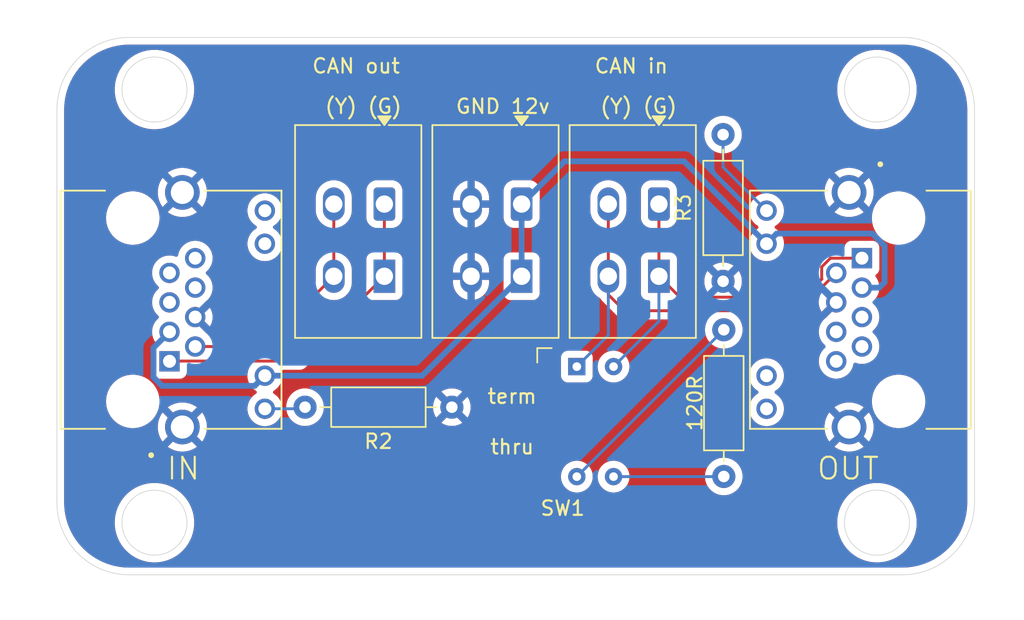
<source format=kicad_pcb>
(kicad_pcb (version 20241229) (generator "pcbnew") (generator_version "9.0")
  (layers (0 "F.Cu" signal) (2 "B.Cu" signal) (13 "F.Paste" user) (15 "B.Paste" user) (5 "F.SilkS" user "F.Silkscreen") (7 "B.SilkS" user "B.Silkscreen") (1 "F.Mask" user) (3 "B.Mask" user) (25 "Edge.Cuts" user))
  (net 0 "")
  (net 1 "/CANl")
  (net 2 "/CANh")
  (net 3 "/12v")
  (net 4 "/GND")
  (net 5 "Net-(J5-Pin_1)")
  (net 6 "Net-(J5-Pin_2)")
  (net 7 "Net-(R1-Pad1)")
  (net 8 "Net-(R1-Pad2)")
  (net 9 "Net-(J1-Pad9)")
  (net 10 "Net-(J2-Pad9)")
  (footprint "custom:TerminalBlock_WAGO_2601-1102_1x02_P3.50mm_Horizontal w-model" (layer "F.Cu") (at 93.91 48.9325 180)
    (property "Reference" "J3" (hide yes))
    (property "Value" "CAN out")
    (fp_line (start 6.18 5.47) (end 0.3 5.47) (stroke (width 0.12)) (layer "F.SilkS"))
    (fp_line (start 6.18 -9.27) (end 6.18 5.47) (stroke (width 0.12)) (layer "F.SilkS"))
    (fp_line (start -0.3 5.47) (end -2.56 5.47) (stroke (width 0.12)) (layer "F.SilkS"))
    (fp_line (start -2.56 5.47) (end -2.56 -9.27) (stroke (width 0.12)) (layer "F.SilkS"))
    (fp_line (start -2.56 -9.27) (end 6.18 -9.27) (stroke (width 0.12)) (layer "F.SilkS"))
    (fp_poly (pts (xy 0 5.47) (xy 0.44 6.08) (xy -0.44 6.08)) (stroke (width 0.12)) (fill yes) (layer "F.SilkS"))
    (pad "1" thru_hole rect (at 0 -5 180) (size 1.5 2.3) (drill 1.2) (layers "*.Cu" "*.Mask") (net 2 "/CANh"))
    (pad "1" thru_hole roundrect (at 0 0 180) (size 1.5 2.3) (drill 1.2) (layers "*.Cu" "*.Mask") (roundrect_rratio 0.166667) (net 2 "/CANh"))
    (pad "2" thru_hole oval (at 3.5 -5 180) (size 1.5 2.3) (drill 1.2) (layers "*.Cu" "*.Mask") (net 1 "/CANl"))
    (pad "2" thru_hole oval (at 3.5 0 180) (size 1.5 2.3) (drill 1.2) (layers "*.Cu" "*.Mask") (net 1 "/CANl"))
  )
  (footprint "custom:ADAMTECH_MTJ-88ARX1-FSM-LG" (layer "F.Cu") (at 129.5 56.25 90)
    (property "Reference" "J2" (hide yes))
    (property "Value" "MTJ-88ARX1-FSM-LG")
    (fp_line (start 8.25 -10.29) (end 8.25 -4.95) (stroke (width 0.127)) (layer "F.SilkS"))
    (fp_line (start -8.25 -10.29) (end 8.25 -10.29) (stroke (width 0.127)) (layer "F.SilkS"))
    (fp_line (start -8.25 -4.95) (end -8.25 -10.29) (stroke (width 0.127)) (layer "F.SilkS"))
    (fp_line (start 8.25 5) (end 8.25 1.92) (stroke (width 0.127)) (layer "F.SilkS"))
    (fp_line (start 8.25 5) (end -8.25 5) (stroke (width 0.127)) (layer "F.SilkS"))
    (fp_line (start -8.25 5) (end -8.25 1.92) (stroke (width 0.127)) (layer "F.SilkS"))
    (fp_circle (center 10.075 -1.27) (end 10.175 -1.27) (stroke (width 0.2)) (fill no) (layer "F.SilkS"))
    (pad "" np_thru_hole circle (at -6.35 0 90) (size 3.2 3.2) (drill 3.2) (layers "*.Cu" "*.Mask"))
    (pad "" np_thru_hole circle (at 6.35 0 90) (size 3.2 3.2) (drill 3.2) (layers "*.Cu" "*.Mask"))
    (pad "1" thru_hole rect (at 3.57 -2.54 90) (size 1.408 1.408) (drill 0.9) (layers "*.Cu" "*.Mask") (net 5 "Net-(J5-Pin_1)"))
    (pad "2" thru_hole circle (at 2.55 -4.32 90) (size 1.408 1.408) (drill 0.9) (layers "*.Cu" "*.Mask") (net 6 "Net-(J5-Pin_2)"))
    (pad "3" thru_hole circle (at 1.53 -2.54 90) (size 1.408 1.408) (drill 0.9) (layers "*.Cu" "*.Mask") (net 3 "/12v"))
    (pad "4" thru_hole circle (at 0.51 -4.32 90) (size 1.408 1.408) (drill 0.9) (layers "*.Cu" "*.Mask") (net 4 "/GND"))
    (pad "5" thru_hole circle (at -0.51 -2.54 90) (size 1.408 1.408) (drill 0.9) (layers "*.Cu" "*.Mask"))
    (pad "6" thru_hole circle (at -1.53 -4.32 90) (size 1.408 1.408) (drill 0.9) (layers "*.Cu" "*.Mask"))
    (pad "7" thru_hole circle (at -2.55 -2.54 90) (size 1.408 1.408) (drill 0.9) (layers "*.Cu" "*.Mask"))
    (pad "8" thru_hole circle (at -3.57 -4.32 90) (size 1.408 1.408) (drill 0.9) (layers "*.Cu" "*.Mask"))
    (pad "9" thru_hole circle (at 6.86 -9.14 90) (size 1.408 1.408) (drill 0.9) (layers "*.Cu" "*.Mask") (net 10 "Net-(J2-Pad9)"))
    (pad "10" thru_hole circle (at 4.57 -9.14 90) (size 1.408 1.408) (drill 0.9) (layers "*.Cu" "*.Mask") (net 3 "/12v"))
    (pad "11" thru_hole circle (at -4.57 -9.14 90) (size 1.408 1.408) (drill 0.9) (layers "*.Cu" "*.Mask"))
    (pad "12" thru_hole circle (at -6.86 -9.14 90) (size 1.408 1.408) (drill 0.9) (layers "*.Cu" "*.Mask"))
    (pad "SH1" thru_hole circle (at -8.125 -3.43 90) (size 2.4 2.4) (drill 1.6) (layers "*.Cu" "*.Mask") (net 4 "/GND"))
    (pad "SH2" thru_hole circle (at 8.125 -3.43 90) (size 2.4 2.4) (drill 1.6) (layers "*.Cu" "*.Mask") (net 4 "/GND"))
  )
  (footprint "custom:ADAMTECH_MTJ-88ARX1-FSM-LG" (layer "F.Cu") (at 76.5 56.25 -90)
    (property "Reference" "J1" (hide yes))
    (property "Value" "MTJ-88ARX1-FSM-LG")
    (fp_line (start -8.25 5) (end -8.25 1.92) (stroke (width 0.127)) (layer "F.SilkS"))
    (fp_line (start 8.25 5) (end -8.25 5) (stroke (width 0.127)) (layer "F.SilkS"))
    (fp_line (start 8.25 5) (end 8.25 1.92) (stroke (width 0.127)) (layer "F.SilkS"))
    (fp_line (start -8.25 -4.95) (end -8.25 -10.29) (stroke (width 0.127)) (layer "F.SilkS"))
    (fp_line (start -8.25 -10.29) (end 8.25 -10.29) (stroke (width 0.127)) (layer "F.SilkS"))
    (fp_line (start 8.25 -10.29) (end 8.25 -4.95) (stroke (width 0.127)) (layer "F.SilkS"))
    (fp_circle (center 10.075 -1.27) (end 10.175 -1.27) (stroke (width 0.2)) (fill no) (layer "F.SilkS"))
    (pad "" np_thru_hole circle (at -6.35 0 270) (size 3.2 3.2) (drill 3.2) (layers "*.Cu" "*.Mask"))
    (pad "" np_thru_hole circle (at 6.35 0 270) (size 3.2 3.2) (drill 3.2) (layers "*.Cu" "*.Mask"))
    (pad "1" thru_hole rect (at 3.57 -2.54 270) (size 1.408 1.408) (drill 0.9) (layers "*.Cu" "*.Mask") (net 2 "/CANh"))
    (pad "2" thru_hole circle (at 2.55 -4.32 270) (size 1.408 1.408) (drill 0.9) (layers "*.Cu" "*.Mask") (net 1 "/CANl"))
    (pad "3" thru_hole circle (at 1.53 -2.54 270) (size 1.408 1.408) (drill 0.9) (layers "*.Cu" "*.Mask") (net 3 "/12v"))
    (pad "4" thru_hole circle (at 0.51 -4.32 270) (size 1.408 1.408) (drill 0.9) (layers "*.Cu" "*.Mask") (net 4 "/GND"))
    (pad "5" thru_hole circle (at -0.51 -2.54 270) (size 1.408 1.408) (drill 0.9) (layers "*.Cu" "*.Mask"))
    (pad "6" thru_hole circle (at -1.53 -4.32 270) (size 1.408 1.408) (drill 0.9) (layers "*.Cu" "*.Mask"))
    (pad "7" thru_hole circle (at -2.55 -2.54 270) (size 1.408 1.408) (drill 0.9) (layers "*.Cu" "*.Mask"))
    (pad "8" thru_hole circle (at -3.57 -4.32 270) (size 1.408 1.408) (drill 0.9) (layers "*.Cu" "*.Mask"))
    (pad "9" thru_hole circle (at 6.86 -9.14 270) (size 1.408 1.408) (drill 0.9) (layers "*.Cu" "*.Mask") (net 9 "Net-(J1-Pad9)"))
    (pad "10" thru_hole circle (at 4.57 -9.14 270) (size 1.408 1.408) (drill 0.9) (layers "*.Cu" "*.Mask") (net 3 "/12v"))
    (pad "11" thru_hole circle (at -4.57 -9.14 270) (size 1.408 1.408) (drill 0.9) (layers "*.Cu" "*.Mask"))
    (pad "12" thru_hole circle (at -6.86 -9.14 270) (size 1.408 1.408) (drill 0.9) (layers "*.Cu" "*.Mask"))
    (pad "SH1" thru_hole circle (at -8.125 -3.43 270) (size 2.4 2.4) (drill 1.6) (layers "*.Cu" "*.Mask") (net 4 "/GND"))
    (pad "SH2" thru_hole circle (at 8.125 -3.43 270) (size 2.4 2.4) (drill 1.6) (layers "*.Cu" "*.Mask") (net 4 "/GND"))
  )
  (footprint "Resistor_THT:R_Axial_DIN0207_L6.3mm_D2.5mm_P10.16mm_Horizontal" (layer "F.Cu") (at 117.4 67.8 90)
    (property "Reference" "120R" (at 5.08 -2 90) (layer "F.SilkS"))
    (property "Value" "120R")
    (fp_line (start 9.12 0) (end 8.35 0) (stroke (width 0.12)) (layer "F.SilkS"))
    (fp_line (start 1.04 0) (end 1.81 0) (stroke (width 0.12)) (layer "F.SilkS"))
    (fp_rect (start 1.81 -1.37) (end 8.35 1.37) (stroke (width 0.12)) (fill no) (layer "F.SilkS"))
    (pad "1" thru_hole circle (at 0 0 90) (size 1.6 1.6) (drill 0.8) (layers "*.Cu" "*.Mask") (net 7 "Net-(R1-Pad1)"))
    (pad "2" thru_hole circle (at 10.16 0 90) (size 1.6 1.6) (drill 0.8) (layers "*.Cu" "*.Mask") (net 8 "Net-(R1-Pad2)"))
  )
  (footprint "custom:TerminalBlock_WAGO_2601-1102_1x02_P3.50mm_Horizontal w-model" (layer "F.Cu") (at 103.41 48.9325 180)
    (property "Reference" "J4" (hide yes))
    (property "Value" "12v")
    (fp_line (start 6.18 5.47) (end 0.3 5.47) (stroke (width 0.12)) (layer "F.SilkS"))
    (fp_line (start 6.18 -9.27) (end 6.18 5.47) (stroke (width 0.12)) (layer "F.SilkS"))
    (fp_line (start -0.3 5.47) (end -2.56 5.47) (stroke (width 0.12)) (layer "F.SilkS"))
    (fp_line (start -2.56 5.47) (end -2.56 -9.27) (stroke (width 0.12)) (layer "F.SilkS"))
    (fp_line (start -2.56 -9.27) (end 6.18 -9.27) (stroke (width 0.12)) (layer "F.SilkS"))
    (fp_poly (pts (xy 0 5.47) (xy 0.44 6.08) (xy -0.44 6.08)) (stroke (width 0.12)) (fill yes) (layer "F.SilkS"))
    (pad "1" thru_hole rect (at 0 -5 180) (size 1.5 2.3) (drill 1.2) (layers "*.Cu" "*.Mask") (net 3 "/12v"))
    (pad "1" thru_hole roundrect (at 0 0 180) (size 1.5 2.3) (drill 1.2) (layers "*.Cu" "*.Mask") (roundrect_rratio 0.166667) (net 3 "/12v"))
    (pad "2" thru_hole oval (at 3.5 -5 180) (size 1.5 2.3) (drill 1.2) (layers "*.Cu" "*.Mask") (net 4 "/GND"))
    (pad "2" thru_hole oval (at 3.5 0 180) (size 1.5 2.3) (drill 1.2) (layers "*.Cu" "*.Mask") (net 4 "/GND"))
  )
  (footprint "custom:TerminalBlock_WAGO_2601-1102_1x02_P3.50mm_Horizontal w-model" (layer "F.Cu") (at 112.91 48.9325 180)
    (property "Reference" "J5" (hide yes))
    (property "Value" "CAN in")
    (fp_line (start 6.18 5.47) (end 0.3 5.47) (stroke (width 0.12)) (layer "F.SilkS"))
    (fp_line (start 6.18 -9.27) (end 6.18 5.47) (stroke (width 0.12)) (layer "F.SilkS"))
    (fp_line (start -0.3 5.47) (end -2.56 5.47) (stroke (width 0.12)) (layer "F.SilkS"))
    (fp_line (start -2.56 5.47) (end -2.56 -9.27) (stroke (width 0.12)) (layer "F.SilkS"))
    (fp_line (start -2.56 -9.27) (end 6.18 -9.27) (stroke (width 0.12)) (layer "F.SilkS"))
    (fp_poly (pts (xy 0 5.47) (xy 0.44 6.08) (xy -0.44 6.08)) (stroke (width 0.12)) (fill yes) (layer "F.SilkS"))
    (pad "1" thru_hole rect (at 0 -5 180) (size 1.5 2.3) (drill 1.2) (layers "*.Cu" "*.Mask") (net 5 "Net-(J5-Pin_1)"))
    (pad "1" thru_hole roundrect (at 0 0 180) (size 1.5 2.3) (drill 1.2) (layers "*.Cu" "*.Mask") (roundrect_rratio 0.166667) (net 5 "Net-(J5-Pin_1)"))
    (pad "2" thru_hole oval (at 3.5 -5 180) (size 1.5 2.3) (drill 1.2) (layers "*.Cu" "*.Mask") (net 6 "Net-(J5-Pin_2)"))
    (pad "2" thru_hole oval (at 3.5 0 180) (size 1.5 2.3) (drill 1.2) (layers "*.Cu" "*.Mask") (net 6 "Net-(J5-Pin_2)"))
  )
  (footprint "Resistor_THT:R_Axial_DIN0207_L6.3mm_D2.5mm_P10.16mm_Horizontal" (layer "F.Cu") (at 98.58 63 180)
    (property "Reference" "R2" (at 5.08 -2.37 0) (layer "F.SilkS"))
    (property "Value" "R")
    (fp_line (start 9.12 0) (end 8.35 0) (stroke (width 0.12)) (layer "F.SilkS"))
    (fp_line (start 1.04 0) (end 1.81 0) (stroke (width 0.12)) (layer "F.SilkS"))
    (fp_rect (start 1.81 -1.37) (end 8.35 1.37) (stroke (width 0.12)) (fill no) (layer "F.SilkS"))
    (pad "1" thru_hole circle (at 0 0 180) (size 1.6 1.6) (drill 0.8) (layers "*.Cu" "*.Mask") (net 4 "/GND"))
    (pad "2" thru_hole circle (at 10.16 0 180) (size 1.6 1.6) (drill 0.8) (layers "*.Cu" "*.Mask") (net 9 "Net-(J1-Pad9)"))
  )
  (footprint "Resistor_THT:R_Axial_DIN0207_L6.3mm_D2.5mm_P10.16mm_Horizontal" (layer "F.Cu") (at 117.35 54.28 90)
    (property "Reference" "R3" (at 5.08 -2.75 90) (layer "F.SilkS"))
    (property "Value" "R")
    (fp_line (start 9.12 0) (end 8.35 0) (stroke (width 0.12)) (layer "F.SilkS"))
    (fp_line (start 1.04 0) (end 1.81 0) (stroke (width 0.12)) (layer "F.SilkS"))
    (fp_rect (start 1.81 -1.37) (end 8.35 1.37) (stroke (width 0.12)) (fill no) (layer "F.SilkS"))
    (pad "1" thru_hole circle (at 0 0 90) (size 1.6 1.6) (drill 0.8) (layers "*.Cu" "*.Mask") (net 4 "/GND"))
    (pad "2" thru_hole circle (at 10.16 0 90) (size 1.6 1.6) (drill 0.8) (layers "*.Cu" "*.Mask") (net 10 "Net-(J2-Pad9)"))
  )
  (footprint "custom:206-211" (layer "F.Cu") (at 108.5 64)
    (property "Reference" "SW1" (at -2.25 6 0) (layer "F.SilkS"))
    (property "Value" "SW_DPST")
    (fp_line (start -4.01 -5.09) (end -4.01 -4.09) (stroke (width 0.12)) (layer "F.SilkS"))
    (fp_line (start -4.01 -5.09) (end -3.01 -5.09) (stroke (width 0.12)) (layer "F.SilkS"))
    (pad "1" thru_hole rect (at -1.27 -3.81) (size 1.2 1.2) (drill 0.6) (layers "*.Cu" "*.Mask") (net 6 "Net-(J5-Pin_2)"))
    (pad "2" thru_hole circle (at -1.27 3.81) (size 1.2 1.2) (drill 0.6) (layers "*.Cu" "*.Mask") (net 8 "Net-(R1-Pad2)"))
    (pad "3" thru_hole circle (at 1.27 -3.81) (size 1.2 1.2) (drill 0.6) (layers "*.Cu" "*.Mask") (net 5 "Net-(J5-Pin_1)"))
    (pad "4" thru_hole circle (at 1.27 3.81) (size 1.2 1.2) (drill 0.6) (layers "*.Cu" "*.Mask") (net 7 "Net-(R1-Pad1)"))
  )
  (gr_line (start 129.75 74.61) (end 76.25 74.61) (stroke (width 0.05)) (layer "Edge.Cuts"))
  (gr_arc (start 76.25 74.61) (mid 72.714466 73.145534) (end 71.25 69.61) (stroke (width 0.05)) (layer "Edge.Cuts"))
  (gr_arc (start 71.25 42.39) (mid 72.714466 38.854466) (end 76.25 37.39) (stroke (width 0.05)) (layer "Edge.Cuts"))
  (gr_line (start 134.75 42.39) (end 134.75 69.61) (stroke (width 0.05)) (layer "Edge.Cuts"))
  (gr_circle (center 128 41) (end 130.25 41) (stroke (width 0.05)) (fill no) (layer "Edge.Cuts"))
  (gr_line (start 71.25 69.61) (end 71.25 42.39) (stroke (width 0.05)) (layer "Edge.Cuts"))
  (gr_arc (start 129.75 37.39) (mid 133.285534 38.854466) (end 134.75 42.39) (stroke (width 0.05)) (layer "Edge.Cuts"))
  (gr_circle (center 78 41) (end 80.25 41) (stroke (width 0.05)) (fill no) (layer "Edge.Cuts"))
  (gr_circle (center 78 71) (end 80.25 71) (stroke (width 0.05)) (fill no) (layer "Edge.Cuts"))
  (gr_circle (center 128 71) (end 130.25 71) (stroke (width 0.05)) (fill no) (layer "Edge.Cuts"))
  (gr_line (start 76.25 37.39) (end 129.75 37.39) (stroke (width 0.05)) (layer "Edge.Cuts"))
  (gr_arc (start 134.75 69.61) (mid 133.285534 73.145534) (end 129.75 74.61) (stroke (width 0.05)) (layer "Edge.Cuts"))
  (gr_text "thru" (at 102.75 65.75 0) (layer "F.SilkS") (effects (font (size 1 1))))
  (gr_text "OUT\n" (at 126 67.25 0) (layer "F.SilkS") (effects (font (size 1.5 1.5))))
  (gr_text "(Y) (G)" (at 111.506 42.164 0) (layer "F.SilkS") (effects (font (size 1 1))))
  (gr_text "CAN in" (at 110.998 39.37 0) (layer "F.SilkS") (effects (font (size 1 1))))
  (gr_text "CAN out" (at 91.948 39.37 0) (layer "F.SilkS") (effects (font (size 1 1))))
  (gr_text "term" (at 102.75 62.25 0) (layer "F.SilkS") (effects (font (size 1 1))))
  (gr_text "GND 12v" (at 102.108 42.164 0) (layer "F.SilkS") (effects (font (size 1 1))))
  (gr_text "(Y) (G)" (at 92.456 42.164 0) (layer "F.SilkS") (effects (font (size 1 1))))
  (gr_text "IN" (at 80 67.25 0) (layer "F.SilkS") (effects (font (size 1.5 1.5))))
  (segment (start 90.41 53.9325) (end 90.41 48.9325) (width 0.2) (layer "F.Cu") (net 1))
  (segment (start 85.5425 58.8) (end 90.41 53.9325) (width 0.2) (layer "F.Cu") (net 1))
  (segment (start 80.82 58.8) (end 85.5425 58.8) (width 0.2) (layer "F.Cu") (net 1))
  (segment (start 79.055 59.805) (end 88.0375 59.805) (width 0.2) (layer "F.Cu") (net 2))
  (segment (start 93.91 53.9325) (end 88.0375 59.805) (width 0.2) (layer "F.Cu") (net 2))
  (segment (start 93.91 53.9325) (end 93.91 48.9325) (width 0.2) (layer "F.Cu") (net 2))
  (segment (start 79.305 59.805) (end 79.29 59.82) (width 0.2) (layer "F.Cu") (net 2))
  (segment (start 79.04 59.82) (end 79.055 59.805) (width 0.2) (layer "F.Cu") (net 2))
  (segment (start 78.79 59.82) (end 78.795 59.815) (width 0.2) (layer "F.Cu") (net 2))
  (segment (start 103.41 53.9325) (end 103.41 48.9325) (width 0.4) (layer "B.Cu") (net 3))
  (segment (start 114.654 45.974) (end 106.3685 45.974) (width 0.4) (layer "B.Cu") (net 3))
  (segment (start 85.64 60.82) (end 96.5225 60.82) (width 0.4) (layer "B.Cu") (net 3))
  (segment (start 77.935 60.925) (end 78.534 61.524) (width 0.4) (layer "B.Cu") (net 3))
  (segment (start 78.534 61.524) (end 84.936 61.524) (width 0.4) (layer "B.Cu") (net 3))
  (segment (start 128.16 54.72) (end 126.96 54.72) (width 0.4) (layer "B.Cu") (net 3))
  (segment (start 121.064 50.976) (end 127.675448 50.976) (width 0.4) (layer "B.Cu") (net 3))
  (segment (start 127.675448 50.976) (end 128.524 51.824552) (width 0.4) (layer "B.Cu") (net 3))
  (segment (start 84.936 61.524) (end 85.64 60.82) (width 0.4) (layer "B.Cu") (net 3))
  (segment (start 120.36 51.68) (end 114.654 45.974) (width 0.4) (layer "B.Cu") (net 3))
  (segment (start 128.524 54.356) (end 128.16 54.72) (width 0.4) (layer "B.Cu") (net 3))
  (segment (start 77.935 58.885) (end 77.935 60.925) (width 0.4) (layer "B.Cu") (net 3))
  (segment (start 120.36 51.68) (end 121.064 50.976) (width 0.4) (layer "B.Cu") (net 3))
  (segment (start 79.04 57.78) (end 77.935 58.885) (width 0.4) (layer "B.Cu") (net 3))
  (segment (start 96.5225 60.82) (end 103.41 53.9325) (width 0.4) (layer "B.Cu") (net 3))
  (segment (start 128.524 51.824552) (end 128.524 54.356) (width 0.4) (layer "B.Cu") (net 3))
  (segment (start 106.3685 45.974) (end 103.41 48.9325) (width 0.4) (layer "B.Cu") (net 3))
  (segment (start 126.346 64.651) (end 126.07 64.375) (width 0.4) (layer "B.Cu") (net 4))
  (segment (start 112.91 48.9325) (end 112.91 53.9325) (width 0.2) (layer "F.Cu") (net 5))
  (segment (start 114.3585 55.381) (end 122.9319 55.381) (width 0.2) (layer "F.Cu") (net 5))
  (segment (start 124.175 54.116285) (end 124.175 53.283715) (width 0.2) (layer "F.Cu") (net 5))
  (segment (start 124.175 53.283715) (end 124.778715 52.68) (width 0.2) (layer "F.Cu") (net 5))
  (segment (start 122.9319 55.381) (end 124.185808 54.127092) (width 0.2) (layer "F.Cu") (net 5))
  (segment (start 124.185808 54.127092) (end 124.175 54.116285) (width 0.2) (layer "F.Cu") (net 5))
  (segment (start 112.91 53.9325) (end 114.3585 55.381) (width 0.2) (layer "F.Cu") (net 5))
  (segment (start 124.778715 52.68) (end 126.96 52.68) (width 0.2) (layer "F.Cu") (net 5))
  (segment (start 126.945 52.695) (end 126.96 52.68) (width 0.2) (layer "F.Cu") (net 5))
  (segment (start 112.91 57.05) (end 109.77 60.19) (width 0.2) (layer "B.Cu") (net 5))
  (segment (start 112.91 53.9325) (end 112.91 57.05) (width 0.2) (layer "B.Cu") (net 5))
  (segment (start 110.519 56.319) (end 109.41 55.21) (width 0.2) (layer "F.Cu") (net 6))
  (segment (start 109.41 55.21) (end 109.41 53.9325) (width 0.2) (layer "F.Cu") (net 6))
  (segment (start 125.18 53.7) (end 122.561 56.319) (width 0.2) (layer "F.Cu") (net 6))
  (segment (start 122.561 56.319) (end 110.519 56.319) (width 0.2) (layer "F.Cu") (net 6))
  (segment (start 109.41 48.9325) (end 109.41 53.9325) (width 0.2) (layer "F.Cu") (net 6))
  (segment (start 109.41 53.9325) (end 109.41 58.01) (width 0.2) (layer "B.Cu") (net 6))
  (segment (start 109.41 58.01) (end 107.23 60.19) (width 0.2) (layer "B.Cu") (net 6))
  (segment (start 117.39 67.81) (end 117.4 67.8) (width 0.2) (layer "F.Cu") (net 7))
  (segment (start 117.39 67.81) (end 117.4 67.8) (width 0.2) (layer "B.Cu") (net 7))
  (segment (start 109.77 67.81) (end 117.39 67.81) (width 0.2) (layer "B.Cu") (net 7))
  (segment (start 107.23 67.44) (end 107.23 67.81) (width 0.2) (layer "F.Cu") (net 8))
  (segment (start 107.23 67.81) (end 117.4 57.64) (width 0.2) (layer "B.Cu") (net 8))
  (segment (start 85.64 63.11) (end 88.31 63.11) (width 0.2) (layer "B.Cu") (net 9))
  (segment (start 88.31 63.11) (end 88.42 63) (width 0.2) (layer "B.Cu") (net 9))
  (segment (start 117.35 46.38) (end 120.36 49.39) (width 0.2) (layer "B.Cu") (net 10))
  (segment (start 117.35 44.12) (end 117.35 46.38) (width 0.2) (layer "B.Cu") (net 10))
  (zone (net 4) (net_name "/GND") (layers "F.Cu" "B.Cu") (connect_pads (clearance 0.5)) (min_thickness 0.25) (fill yes (thermal_gap 0.5) (thermal_bridge_width 0.5))
    (polygon (pts (xy 69.342 34.798) (xy 138.176 35.306) (xy 137.668 77.724) (xy 67.31 77.47)))
  )
)
</source>
